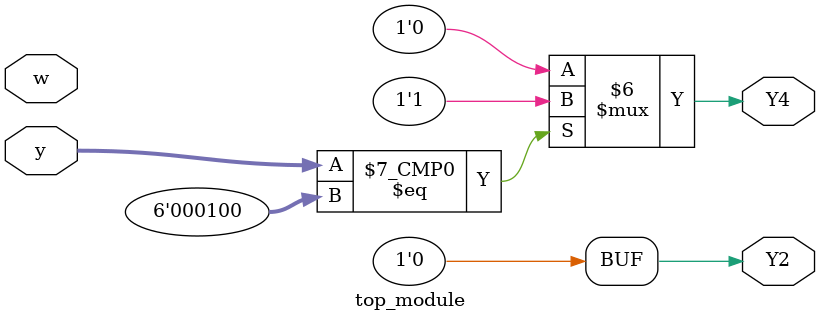
<source format=sv>
module top_module (
    input [6:1] y,
    input w,
    output reg Y2,
    output reg Y4
);

    always @(*) begin
        case(y)
            7'b000001: begin
                Y2 = 1'b0;
                Y4 = 1'b0;
            end
            7'b000010: begin
                Y2 = 1'b0;
                Y4 = 1'b0;
            end
            7'b000100: begin
                Y2 = 1'b0;
                Y4 = 1'b1;
            end
            7'b001000: begin
                Y2 = 1'b0;
                Y4 = 1'b0;
            end
            7'b010000: begin
                Y2 = 1'b0;
                Y4 = 1'b0;
            end
            7'b100000: begin
                Y2 = 1'b0;
                Y4 = 1'b0;
            end
            default: begin
                Y2 = 1'b0;
                Y4 = 1'b0;
            end
        endcase
    end
    
endmodule

</source>
